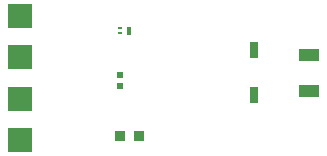
<source format=gbr>
G04 EAGLE Gerber RS-274X export*
G75*
%MOMM*%
%FSLAX34Y34*%
%LPD*%
%INSolderpaste Top*%
%IPPOS*%
%AMOC8*
5,1,8,0,0,1.08239X$1,22.5*%
G01*
G04 Define Apertures*
%ADD10R,0.620000X0.560000*%
%ADD11R,0.750000X1.350000*%
%ADD12R,2.000000X2.000000*%
%ADD13R,1.750000X1.100000*%
%ADD14R,0.400000X0.250000*%
%ADD15R,0.400000X0.700000*%
%ADD16R,0.900000X0.950000*%
D10*
X109220Y66320D03*
X109220Y75920D03*
D11*
X222250Y96470D03*
X222250Y58470D03*
D12*
X24130Y55350D03*
D13*
X269240Y62470D03*
X269240Y92470D03*
D14*
X109530Y115280D03*
X109530Y110780D03*
D15*
X116530Y113030D03*
D16*
X108840Y24130D03*
X124840Y24130D03*
D12*
X24130Y20160D03*
X24130Y125730D03*
X24130Y90540D03*
M02*

</source>
